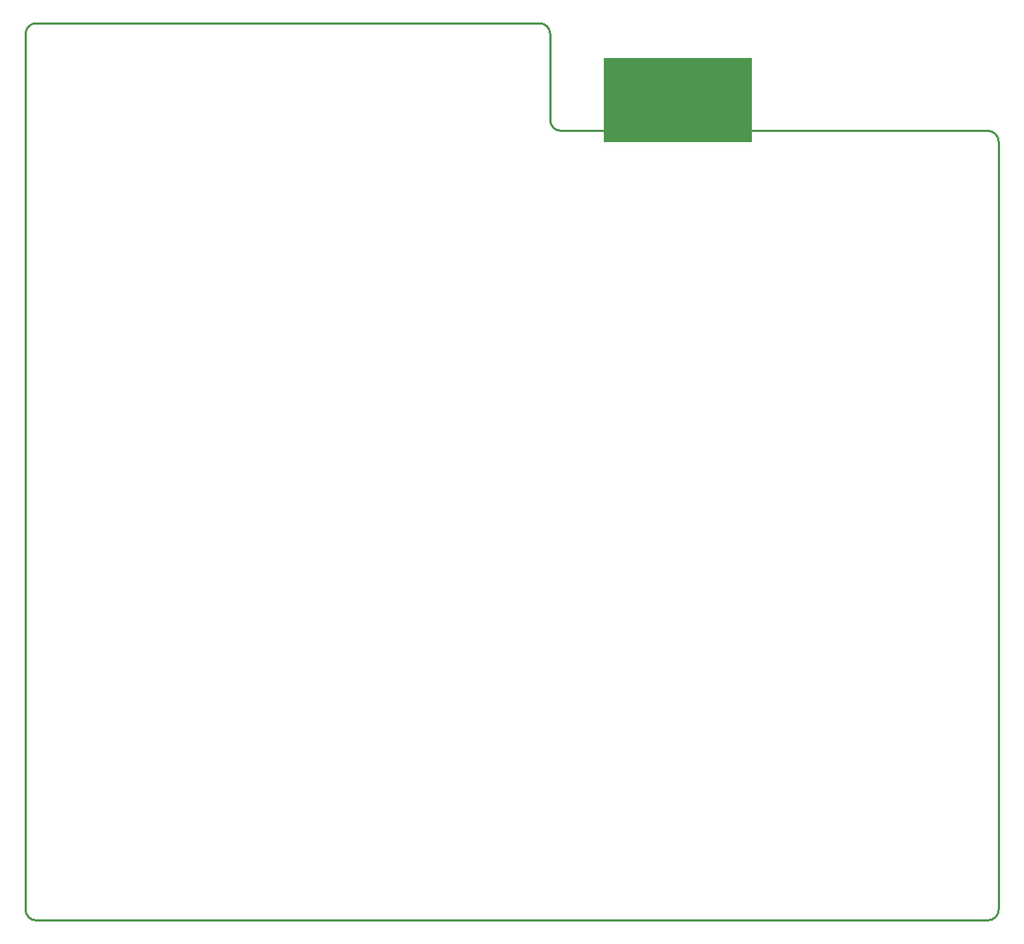
<source format=gko>
G04*
G04 #@! TF.GenerationSoftware,Altium Limited,Altium Designer,21.9.1 (22)*
G04*
G04 Layer_Color=16711935*
%FSLAX25Y25*%
%MOIN*%
G70*
G04*
G04 #@! TF.SameCoordinates,CDD0097E-41E7-41F5-A71D-9F4D08275E7E*
G04*
G04*
G04 #@! TF.FilePolarity,Positive*
G04*
G01*
G75*
%ADD10C,0.01000*%
%ADD180R,0.68000X0.39000*%
D10*
X1195500Y467500D02*
G03*
X1200500Y472500I0J5000D01*
G01*
Y825500D02*
G03*
X1195500Y830500I-5000J0D01*
G01*
X994500Y835500D02*
G03*
X999500Y830500I5000J0D01*
G01*
X994500Y875000D02*
G03*
X989500Y880000I-5000J0D01*
G01*
X758500D02*
G03*
X753500Y875000I0J-5000D01*
G01*
Y472500D02*
G03*
X758500Y467500I5000J0D01*
G01*
X1194500D02*
X1195500D01*
X1200500Y472500D02*
Y825500D01*
X999500Y830500D02*
X1195500D01*
X994500Y835500D02*
Y875000D01*
X758500Y880000D02*
X989500D01*
X753500Y875000D02*
X753500Y472500D01*
X758500Y467500D02*
X1194500D01*
D180*
X1053000Y844500D02*
D03*
M02*

</source>
